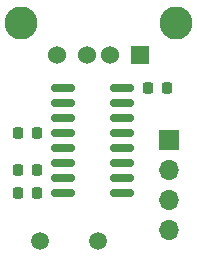
<source format=gbr>
%TF.GenerationSoftware,KiCad,Pcbnew,6.0.9-8da3e8f707~117~ubuntu20.04.1*%
%TF.CreationDate,2023-01-15T23:55:11-08:00*%
%TF.ProjectId,USBTTL,55534254-544c-42e6-9b69-6361645f7063,rev?*%
%TF.SameCoordinates,Original*%
%TF.FileFunction,Soldermask,Top*%
%TF.FilePolarity,Negative*%
%FSLAX46Y46*%
G04 Gerber Fmt 4.6, Leading zero omitted, Abs format (unit mm)*
G04 Created by KiCad (PCBNEW 6.0.9-8da3e8f707~117~ubuntu20.04.1) date 2023-01-15 23:55:11*
%MOMM*%
%LPD*%
G01*
G04 APERTURE LIST*
G04 Aperture macros list*
%AMRoundRect*
0 Rectangle with rounded corners*
0 $1 Rounding radius*
0 $2 $3 $4 $5 $6 $7 $8 $9 X,Y pos of 4 corners*
0 Add a 4 corners polygon primitive as box body*
4,1,4,$2,$3,$4,$5,$6,$7,$8,$9,$2,$3,0*
0 Add four circle primitives for the rounded corners*
1,1,$1+$1,$2,$3*
1,1,$1+$1,$4,$5*
1,1,$1+$1,$6,$7*
1,1,$1+$1,$8,$9*
0 Add four rect primitives between the rounded corners*
20,1,$1+$1,$2,$3,$4,$5,0*
20,1,$1+$1,$4,$5,$6,$7,0*
20,1,$1+$1,$6,$7,$8,$9,0*
20,1,$1+$1,$8,$9,$2,$3,0*%
G04 Aperture macros list end*
%ADD10C,1.500000*%
%ADD11R,1.524000X1.524000*%
%ADD12C,1.524000*%
%ADD13C,2.800000*%
%ADD14RoundRect,0.150000X-0.825000X-0.150000X0.825000X-0.150000X0.825000X0.150000X-0.825000X0.150000X0*%
%ADD15R,1.700000X1.700000*%
%ADD16O,1.700000X1.700000*%
%ADD17RoundRect,0.225000X0.225000X0.250000X-0.225000X0.250000X-0.225000X-0.250000X0.225000X-0.250000X0*%
%ADD18RoundRect,0.225000X-0.225000X-0.250000X0.225000X-0.250000X0.225000X0.250000X-0.225000X0.250000X0*%
G04 APERTURE END LIST*
D10*
%TO.C,Y1*%
X22050000Y-42500000D03*
X26930000Y-42500000D03*
%TD*%
D11*
%TO.C,USB1*%
X30500000Y-26715000D03*
D12*
X28000000Y-26715000D03*
X26000000Y-26715000D03*
X23500000Y-26715000D03*
D13*
X20450000Y-24005000D03*
X33550000Y-24005000D03*
%TD*%
D14*
%TO.C,U1*%
X24000000Y-29555000D03*
X24000000Y-30825000D03*
X24000000Y-32095000D03*
X24000000Y-33365000D03*
X24000000Y-34635000D03*
X24000000Y-35905000D03*
X24000000Y-37175000D03*
X24000000Y-38445000D03*
X28950000Y-38445000D03*
X28950000Y-37175000D03*
X28950000Y-35905000D03*
X28950000Y-34635000D03*
X28950000Y-33365000D03*
X28950000Y-32095000D03*
X28950000Y-30825000D03*
X28950000Y-29555000D03*
%TD*%
D15*
%TO.C,J1*%
X33000000Y-33920000D03*
D16*
X33000000Y-36460000D03*
X33000000Y-39000000D03*
X33000000Y-41540000D03*
%TD*%
D17*
%TO.C,C4*%
X21750000Y-38445000D03*
X20200000Y-38445000D03*
%TD*%
%TO.C,C3*%
X21750000Y-36500000D03*
X20200000Y-36500000D03*
%TD*%
D18*
%TO.C,C2*%
X31200000Y-29555000D03*
X32750000Y-29555000D03*
%TD*%
D17*
%TO.C,C1*%
X21750000Y-33365000D03*
X20200000Y-33365000D03*
%TD*%
M02*

</source>
